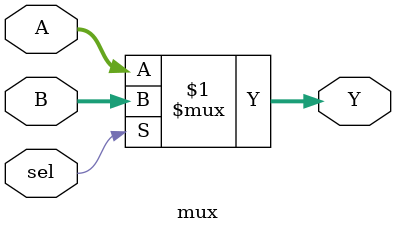
<source format=v>
module mux (
    input wire [63:0] A, B,  
    input wire sel,          
    output wire [63:0] Y     
);
    assign Y = sel ? B : A; // Simple 64-bit MUX using conditional operator
endmodule
</source>
